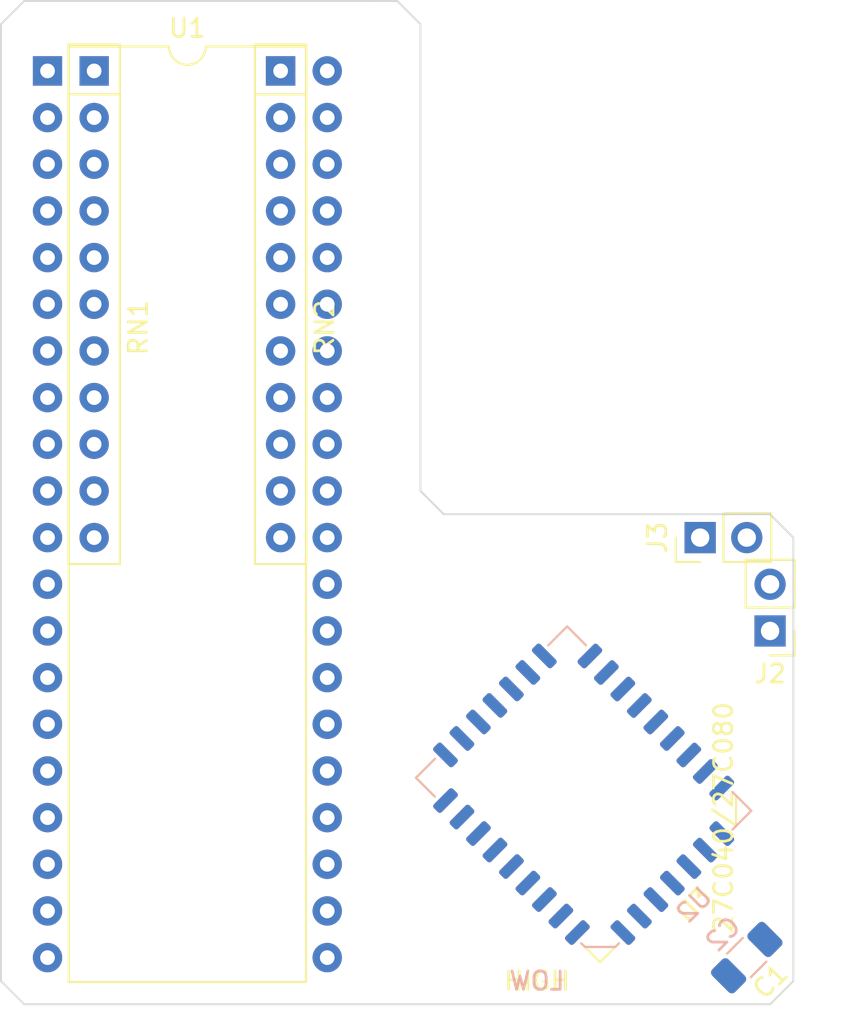
<source format=kicad_pcb>
(kicad_pcb (version 20171130) (host pcbnew 5.1.5+dfsg1-2)

  (general
    (thickness 1.6)
    (drawings 21)
    (tracks 0)
    (zones 0)
    (modules 9)
    (nets 41)
  )

  (page A4)
  (layers
    (0 F.Cu signal)
    (31 B.Cu signal)
    (32 B.Adhes user)
    (33 F.Adhes user)
    (34 B.Paste user)
    (35 F.Paste user)
    (36 B.SilkS user)
    (37 F.SilkS user)
    (38 B.Mask user)
    (39 F.Mask user)
    (40 Dwgs.User user)
    (41 Cmts.User user)
    (42 Eco1.User user)
    (43 Eco2.User user)
    (44 Edge.Cuts user)
    (45 Margin user)
    (46 B.CrtYd user)
    (47 F.CrtYd user)
    (48 B.Fab user)
    (49 F.Fab user)
  )

  (setup
    (last_trace_width 0.25)
    (trace_clearance 0.2)
    (zone_clearance 0.508)
    (zone_45_only no)
    (trace_min 0.2)
    (via_size 0.8)
    (via_drill 0.4)
    (via_min_size 0.4)
    (via_min_drill 0.3)
    (uvia_size 0.3)
    (uvia_drill 0.1)
    (uvias_allowed no)
    (uvia_min_size 0.2)
    (uvia_min_drill 0.1)
    (edge_width 0.1)
    (segment_width 0.2)
    (pcb_text_width 0.3)
    (pcb_text_size 1.5 1.5)
    (mod_edge_width 0.15)
    (mod_text_size 1 1)
    (mod_text_width 0.15)
    (pad_size 1.524 1.524)
    (pad_drill 0.762)
    (pad_to_mask_clearance 0)
    (aux_axis_origin 0 0)
    (visible_elements 7FFFFFFF)
    (pcbplotparams
      (layerselection 0x010fc_ffffffff)
      (usegerberextensions true)
      (usegerberattributes false)
      (usegerberadvancedattributes false)
      (creategerberjobfile false)
      (excludeedgelayer true)
      (linewidth 0.100000)
      (plotframeref false)
      (viasonmask false)
      (mode 1)
      (useauxorigin false)
      (hpglpennumber 1)
      (hpglpenspeed 20)
      (hpglpendiameter 15.000000)
      (psnegative false)
      (psa4output false)
      (plotreference true)
      (plotvalue true)
      (plotinvisibletext false)
      (padsonsilk false)
      (subtractmaskfromsilk false)
      (outputformat 1)
      (mirror false)
      (drillshape 0)
      (scaleselection 1)
      (outputdirectory "gerbers-plcc32-invert"))
  )

  (net 0 "")
  (net 1 GND)
  (net 2 VCC)
  (net 3 /A18)
  (net 4 /A19)
  (net 5 /A8)
  (net 6 /A0)
  (net 7 /A1)
  (net 8 /A2)
  (net 9 /A3)
  (net 10 /A4)
  (net 11 /A5)
  (net 12 /A6)
  (net 13 /A7)
  (net 14 /A17)
  (net 15 /A16)
  (net 16 /A15)
  (net 17 /A14)
  (net 18 /A13)
  (net 19 /A12)
  (net 20 /A11)
  (net 21 /A10)
  (net 22 /A9)
  (net 23 /D3-H)
  (net 24 /D3-L)
  (net 25 /D2-H)
  (net 26 /D2-L)
  (net 27 /D1-H)
  (net 28 /D1-L)
  (net 29 /D0-H)
  (net 30 /D0-L)
  (net 31 /~OE)
  (net 32 /~CE)
  (net 33 /D7-H)
  (net 34 /D7-L)
  (net 35 /D6-H)
  (net 36 /D6-L)
  (net 37 /D5-H)
  (net 38 /D5-L)
  (net 39 /D4-H)
  (net 40 /D4-L)

  (net_class Default "This is the default net class."
    (clearance 0.2)
    (trace_width 0.25)
    (via_dia 0.8)
    (via_drill 0.4)
    (uvia_dia 0.3)
    (uvia_drill 0.1)
    (add_net /A0)
    (add_net /A1)
    (add_net /A10)
    (add_net /A11)
    (add_net /A12)
    (add_net /A13)
    (add_net /A14)
    (add_net /A15)
    (add_net /A16)
    (add_net /A17)
    (add_net /A18)
    (add_net /A19)
    (add_net /A2)
    (add_net /A3)
    (add_net /A4)
    (add_net /A5)
    (add_net /A6)
    (add_net /A7)
    (add_net /A8)
    (add_net /A9)
    (add_net /D0-H)
    (add_net /D0-L)
    (add_net /D1-H)
    (add_net /D1-L)
    (add_net /D2-H)
    (add_net /D2-L)
    (add_net /D3-H)
    (add_net /D3-L)
    (add_net /D4-H)
    (add_net /D4-L)
    (add_net /D5-H)
    (add_net /D5-L)
    (add_net /D6-H)
    (add_net /D6-L)
    (add_net /D7-H)
    (add_net /D7-L)
    (add_net /~CE)
    (add_net /~OE)
  )

  (net_class POWER ""
    (clearance 0.2)
    (trace_width 0.35)
    (via_dia 0.8)
    (via_drill 0.4)
    (uvia_dia 0.3)
    (uvia_drill 0.1)
    (add_net GND)
    (add_net VCC)
  )

  (module Capacitor_SMD:C_1206_3216Metric (layer B.Cu) (tedit 5B301BBE) (tstamp 5E2C5AF8)
    (at 148.59 123.19 225)
    (descr "Capacitor SMD 1206 (3216 Metric), square (rectangular) end terminal, IPC_7351 nominal, (Body size source: http://www.tortai-tech.com/upload/download/2011102023233369053.pdf), generated with kicad-footprint-generator")
    (tags capacitor)
    (path /5E2DF26F)
    (attr smd)
    (fp_text reference C2 (at 0 1.82 225) (layer B.SilkS)
      (effects (font (size 1 1) (thickness 0.15)) (justify mirror))
    )
    (fp_text value 100nF (at 0 -1.82 225) (layer B.Fab)
      (effects (font (size 1 1) (thickness 0.15)) (justify mirror))
    )
    (fp_text user %R (at 0 0 225) (layer B.Fab)
      (effects (font (size 0.8 0.8) (thickness 0.12)) (justify mirror))
    )
    (fp_line (start 2.28 -1.12) (end -2.28 -1.12) (layer B.CrtYd) (width 0.05))
    (fp_line (start 2.28 1.12) (end 2.28 -1.12) (layer B.CrtYd) (width 0.05))
    (fp_line (start -2.28 1.12) (end 2.28 1.12) (layer B.CrtYd) (width 0.05))
    (fp_line (start -2.28 -1.12) (end -2.28 1.12) (layer B.CrtYd) (width 0.05))
    (fp_line (start -0.602064 -0.91) (end 0.602064 -0.91) (layer B.SilkS) (width 0.12))
    (fp_line (start -0.602064 0.91) (end 0.602064 0.91) (layer B.SilkS) (width 0.12))
    (fp_line (start 1.6 -0.8) (end -1.6 -0.8) (layer B.Fab) (width 0.1))
    (fp_line (start 1.6 0.8) (end 1.6 -0.8) (layer B.Fab) (width 0.1))
    (fp_line (start -1.6 0.8) (end 1.6 0.8) (layer B.Fab) (width 0.1))
    (fp_line (start -1.6 -0.8) (end -1.6 0.8) (layer B.Fab) (width 0.1))
    (pad 2 smd roundrect (at 1.4 0 225) (size 1.25 1.75) (layers B.Cu B.Paste B.Mask) (roundrect_rratio 0.2)
      (net 1 GND))
    (pad 1 smd roundrect (at -1.4 0 225) (size 1.25 1.75) (layers B.Cu B.Paste B.Mask) (roundrect_rratio 0.2)
      (net 2 VCC))
    (model ${KISYS3DMOD}/Capacitor_SMD.3dshapes/C_1206_3216Metric.wrl
      (at (xyz 0 0 0))
      (scale (xyz 1 1 1))
      (rotate (xyz 0 0 0))
    )
  )

  (module Capacitor_SMD:C_1206_3216Metric (layer F.Cu) (tedit 5B301BBE) (tstamp 5E2ACF5D)
    (at 148.59 123.19 225)
    (descr "Capacitor SMD 1206 (3216 Metric), square (rectangular) end terminal, IPC_7351 nominal, (Body size source: http://www.tortai-tech.com/upload/download/2011102023233369053.pdf), generated with kicad-footprint-generator")
    (tags capacitor)
    (path /5E2DFC6C)
    (attr smd)
    (fp_text reference C1 (at 0 -1.82 45) (layer F.SilkS)
      (effects (font (size 1 1) (thickness 0.15)))
    )
    (fp_text value 100nF (at 0 1.82 45) (layer F.Fab)
      (effects (font (size 1 1) (thickness 0.15)))
    )
    (fp_text user %R (at 0 0 45) (layer F.Fab)
      (effects (font (size 0.8 0.8) (thickness 0.12)))
    )
    (fp_line (start 2.28 1.12) (end -2.28 1.12) (layer F.CrtYd) (width 0.05))
    (fp_line (start 2.28 -1.12) (end 2.28 1.12) (layer F.CrtYd) (width 0.05))
    (fp_line (start -2.28 -1.12) (end 2.28 -1.12) (layer F.CrtYd) (width 0.05))
    (fp_line (start -2.28 1.12) (end -2.28 -1.12) (layer F.CrtYd) (width 0.05))
    (fp_line (start -0.602064 0.91) (end 0.602064 0.91) (layer F.SilkS) (width 0.12))
    (fp_line (start -0.602064 -0.91) (end 0.602064 -0.91) (layer F.SilkS) (width 0.12))
    (fp_line (start 1.6 0.8) (end -1.6 0.8) (layer F.Fab) (width 0.1))
    (fp_line (start 1.6 -0.8) (end 1.6 0.8) (layer F.Fab) (width 0.1))
    (fp_line (start -1.6 -0.8) (end 1.6 -0.8) (layer F.Fab) (width 0.1))
    (fp_line (start -1.6 0.8) (end -1.6 -0.8) (layer F.Fab) (width 0.1))
    (pad 2 smd roundrect (at 1.4 0 225) (size 1.25 1.75) (layers F.Cu F.Paste F.Mask) (roundrect_rratio 0.2)
      (net 1 GND))
    (pad 1 smd roundrect (at -1.4 0 225) (size 1.25 1.75) (layers F.Cu F.Paste F.Mask) (roundrect_rratio 0.2)
      (net 2 VCC))
    (model ${KISYS3DMOD}/Capacitor_SMD.3dshapes/C_1206_3216Metric.wrl
      (at (xyz 0 0 0))
      (scale (xyz 1 1 1))
      (rotate (xyz 0 0 0))
    )
  )

  (module Package_LCC:PLCC-32_11.4x14.0mm_P1.27mm (layer F.Cu) (tedit 5B298677) (tstamp 5E2AD0CA)
    (at 139.7 114.3 225)
    (descr "PLCC, 32 Pin (http://ww1.microchip.com/downloads/en/DeviceDoc/doc0015.pdf), generated with kicad-footprint-generator ipc_plcc_jLead_generator.py")
    (tags "PLCC LCC")
    (path /5E28F9D8)
    (attr smd)
    (fp_text reference U3 (at 0 -8.52 45) (layer F.SilkS)
      (effects (font (size 1 1) (thickness 0.15)))
    )
    (fp_text value 27C080-L (at 0 8.52 45) (layer F.Fab)
      (effects (font (size 1 1) (thickness 0.15)))
    )
    (fp_text user %R (at 0 0 45) (layer F.Fab)
      (effects (font (size 1 1) (thickness 0.15)))
    )
    (fp_line (start -6.55 -5.63) (end -6.55 0) (layer F.CrtYd) (width 0.05))
    (fp_line (start -5.96 -5.63) (end -6.55 -5.63) (layer F.CrtYd) (width 0.05))
    (fp_line (start -5.96 -5.95) (end -5.96 -5.63) (layer F.CrtYd) (width 0.05))
    (fp_line (start -4.68 -7.23) (end -5.96 -5.95) (layer F.CrtYd) (width 0.05))
    (fp_line (start -4.36 -7.23) (end -4.68 -7.23) (layer F.CrtYd) (width 0.05))
    (fp_line (start -4.36 -7.82) (end -4.36 -7.23) (layer F.CrtYd) (width 0.05))
    (fp_line (start 0 -7.82) (end -4.36 -7.82) (layer F.CrtYd) (width 0.05))
    (fp_line (start 6.55 5.63) (end 6.55 0) (layer F.CrtYd) (width 0.05))
    (fp_line (start 5.96 5.63) (end 6.55 5.63) (layer F.CrtYd) (width 0.05))
    (fp_line (start 5.96 7.23) (end 5.96 5.63) (layer F.CrtYd) (width 0.05))
    (fp_line (start 4.36 7.23) (end 5.96 7.23) (layer F.CrtYd) (width 0.05))
    (fp_line (start 4.36 7.82) (end 4.36 7.23) (layer F.CrtYd) (width 0.05))
    (fp_line (start 0 7.82) (end 4.36 7.82) (layer F.CrtYd) (width 0.05))
    (fp_line (start -6.55 5.63) (end -6.55 0) (layer F.CrtYd) (width 0.05))
    (fp_line (start -5.96 5.63) (end -6.55 5.63) (layer F.CrtYd) (width 0.05))
    (fp_line (start -5.96 7.23) (end -5.96 5.63) (layer F.CrtYd) (width 0.05))
    (fp_line (start -4.36 7.23) (end -5.96 7.23) (layer F.CrtYd) (width 0.05))
    (fp_line (start -4.36 7.82) (end -4.36 7.23) (layer F.CrtYd) (width 0.05))
    (fp_line (start 0 7.82) (end -4.36 7.82) (layer F.CrtYd) (width 0.05))
    (fp_line (start 6.55 -5.63) (end 6.55 0) (layer F.CrtYd) (width 0.05))
    (fp_line (start 5.96 -5.63) (end 6.55 -5.63) (layer F.CrtYd) (width 0.05))
    (fp_line (start 5.96 -7.23) (end 5.96 -5.63) (layer F.CrtYd) (width 0.05))
    (fp_line (start 4.36 -7.23) (end 5.96 -7.23) (layer F.CrtYd) (width 0.05))
    (fp_line (start 4.36 -7.82) (end 4.36 -7.23) (layer F.CrtYd) (width 0.05))
    (fp_line (start 0 -7.82) (end 4.36 -7.82) (layer F.CrtYd) (width 0.05))
    (fp_line (start -0.5 -6.985) (end 0 -6.277893) (layer F.Fab) (width 0.1))
    (fp_line (start -4.575 -6.985) (end -0.5 -6.985) (layer F.Fab) (width 0.1))
    (fp_line (start -5.715 -5.845) (end -4.575 -6.985) (layer F.Fab) (width 0.1))
    (fp_line (start -5.715 6.985) (end -5.715 -5.845) (layer F.Fab) (width 0.1))
    (fp_line (start 5.715 6.985) (end -5.715 6.985) (layer F.Fab) (width 0.1))
    (fp_line (start 5.715 -6.985) (end 5.715 6.985) (layer F.Fab) (width 0.1))
    (fp_line (start 0.5 -6.985) (end 5.715 -6.985) (layer F.Fab) (width 0.1))
    (fp_line (start 0 -6.277893) (end 0.5 -6.985) (layer F.Fab) (width 0.1))
    (fp_line (start -5.825 -5.922782) (end -5.825 -5.64) (layer F.SilkS) (width 0.12))
    (fp_line (start -4.652782 -7.095) (end -5.825 -5.922782) (layer F.SilkS) (width 0.12))
    (fp_line (start -4.37 -7.095) (end -4.652782 -7.095) (layer F.SilkS) (width 0.12))
    (fp_line (start 5.825 7.095) (end 5.825 5.64) (layer F.SilkS) (width 0.12))
    (fp_line (start 4.37 7.095) (end 5.825 7.095) (layer F.SilkS) (width 0.12))
    (fp_line (start -5.825 7.095) (end -5.825 5.64) (layer F.SilkS) (width 0.12))
    (fp_line (start -4.37 7.095) (end -5.825 7.095) (layer F.SilkS) (width 0.12))
    (fp_line (start 5.825 -7.095) (end 5.825 -5.64) (layer F.SilkS) (width 0.12))
    (fp_line (start 4.37 -7.095) (end 5.825 -7.095) (layer F.SilkS) (width 0.12))
    (pad 32 smd roundrect (at 1.27 -6.8375 225) (size 0.6 1.475) (layers F.Cu F.Paste F.Mask) (roundrect_rratio 0.25)
      (net 2 VCC))
    (pad 31 smd roundrect (at 2.54 -6.8375 225) (size 0.6 1.475) (layers F.Cu F.Paste F.Mask) (roundrect_rratio 0.25)
      (net 3 /A18))
    (pad 30 smd roundrect (at 3.81 -6.8375 225) (size 0.6 1.475) (layers F.Cu F.Paste F.Mask) (roundrect_rratio 0.25)
      (net 14 /A17))
    (pad 29 smd roundrect (at 5.5625 -5.08 225) (size 1.475 0.6) (layers F.Cu F.Paste F.Mask) (roundrect_rratio 0.25)
      (net 17 /A14))
    (pad 28 smd roundrect (at 5.5625 -3.81 225) (size 1.475 0.6) (layers F.Cu F.Paste F.Mask) (roundrect_rratio 0.25)
      (net 18 /A13))
    (pad 27 smd roundrect (at 5.5625 -2.54 225) (size 1.475 0.6) (layers F.Cu F.Paste F.Mask) (roundrect_rratio 0.25)
      (net 5 /A8))
    (pad 26 smd roundrect (at 5.5625 -1.27 225) (size 1.475 0.6) (layers F.Cu F.Paste F.Mask) (roundrect_rratio 0.25)
      (net 22 /A9))
    (pad 25 smd roundrect (at 5.5625 0 225) (size 1.475 0.6) (layers F.Cu F.Paste F.Mask) (roundrect_rratio 0.25)
      (net 20 /A11))
    (pad 24 smd roundrect (at 5.5625 1.27 225) (size 1.475 0.6) (layers F.Cu F.Paste F.Mask) (roundrect_rratio 0.25)
      (net 31 /~OE))
    (pad 23 smd roundrect (at 5.5625 2.54 225) (size 1.475 0.6) (layers F.Cu F.Paste F.Mask) (roundrect_rratio 0.25)
      (net 21 /A10))
    (pad 22 smd roundrect (at 5.5625 3.81 225) (size 1.475 0.6) (layers F.Cu F.Paste F.Mask) (roundrect_rratio 0.25)
      (net 32 /~CE))
    (pad 21 smd roundrect (at 5.5625 5.08 225) (size 1.475 0.6) (layers F.Cu F.Paste F.Mask) (roundrect_rratio 0.25)
      (net 33 /D7-H))
    (pad 20 smd roundrect (at 3.81 6.8375 225) (size 0.6 1.475) (layers F.Cu F.Paste F.Mask) (roundrect_rratio 0.25)
      (net 35 /D6-H))
    (pad 19 smd roundrect (at 2.54 6.8375 225) (size 0.6 1.475) (layers F.Cu F.Paste F.Mask) (roundrect_rratio 0.25)
      (net 37 /D5-H))
    (pad 18 smd roundrect (at 1.27 6.8375 225) (size 0.6 1.475) (layers F.Cu F.Paste F.Mask) (roundrect_rratio 0.25)
      (net 39 /D4-H))
    (pad 17 smd roundrect (at 0 6.8375 225) (size 0.6 1.475) (layers F.Cu F.Paste F.Mask) (roundrect_rratio 0.25)
      (net 23 /D3-H))
    (pad 16 smd roundrect (at -1.27 6.8375 225) (size 0.6 1.475) (layers F.Cu F.Paste F.Mask) (roundrect_rratio 0.25)
      (net 1 GND))
    (pad 15 smd roundrect (at -2.54 6.8375 225) (size 0.6 1.475) (layers F.Cu F.Paste F.Mask) (roundrect_rratio 0.25)
      (net 25 /D2-H))
    (pad 14 smd roundrect (at -3.81 6.8375 225) (size 0.6 1.475) (layers F.Cu F.Paste F.Mask) (roundrect_rratio 0.25)
      (net 27 /D1-H))
    (pad 13 smd roundrect (at -5.5625 5.08 225) (size 1.475 0.6) (layers F.Cu F.Paste F.Mask) (roundrect_rratio 0.25)
      (net 29 /D0-H))
    (pad 12 smd roundrect (at -5.5625 3.81 225) (size 1.475 0.6) (layers F.Cu F.Paste F.Mask) (roundrect_rratio 0.25)
      (net 6 /A0))
    (pad 11 smd roundrect (at -5.5625 2.54 225) (size 1.475 0.6) (layers F.Cu F.Paste F.Mask) (roundrect_rratio 0.25)
      (net 7 /A1))
    (pad 10 smd roundrect (at -5.5625 1.27 225) (size 1.475 0.6) (layers F.Cu F.Paste F.Mask) (roundrect_rratio 0.25)
      (net 8 /A2))
    (pad 9 smd roundrect (at -5.5625 0 225) (size 1.475 0.6) (layers F.Cu F.Paste F.Mask) (roundrect_rratio 0.25)
      (net 9 /A3))
    (pad 8 smd roundrect (at -5.5625 -1.27 225) (size 1.475 0.6) (layers F.Cu F.Paste F.Mask) (roundrect_rratio 0.25)
      (net 10 /A4))
    (pad 7 smd roundrect (at -5.5625 -2.54 225) (size 1.475 0.6) (layers F.Cu F.Paste F.Mask) (roundrect_rratio 0.25)
      (net 11 /A5))
    (pad 6 smd roundrect (at -5.5625 -3.81 225) (size 1.475 0.6) (layers F.Cu F.Paste F.Mask) (roundrect_rratio 0.25)
      (net 12 /A6))
    (pad 5 smd roundrect (at -5.5625 -5.08 225) (size 1.475 0.6) (layers F.Cu F.Paste F.Mask) (roundrect_rratio 0.25)
      (net 13 /A7))
    (pad 4 smd roundrect (at -3.81 -6.8375 225) (size 0.6 1.475) (layers F.Cu F.Paste F.Mask) (roundrect_rratio 0.25)
      (net 19 /A12))
    (pad 3 smd roundrect (at -2.54 -6.8375 225) (size 0.6 1.475) (layers F.Cu F.Paste F.Mask) (roundrect_rratio 0.25)
      (net 16 /A15))
    (pad 2 smd roundrect (at -1.27 -6.8375 225) (size 0.6 1.475) (layers F.Cu F.Paste F.Mask) (roundrect_rratio 0.25)
      (net 15 /A16))
    (pad 1 smd roundrect (at 0 -6.8375 225) (size 0.6 1.475) (layers F.Cu F.Paste F.Mask) (roundrect_rratio 0.25)
      (net 4 /A19))
    (model ${KISYS3DMOD}/Package_LCC.3dshapes/PLCC-32_11.4x14.0mm_P1.27mm.wrl
      (at (xyz 0 0 0))
      (scale (xyz 1 1 1))
      (rotate (xyz 0 0 0))
    )
  )

  (module Package_LCC:PLCC-32_11.4x14.0mm_P1.27mm (layer B.Cu) (tedit 5B298677) (tstamp 5E2AD07B)
    (at 139.7 114.3 45)
    (descr "PLCC, 32 Pin (http://ww1.microchip.com/downloads/en/DeviceDoc/doc0015.pdf), generated with kicad-footprint-generator ipc_plcc_jLead_generator.py")
    (tags "PLCC LCC")
    (path /5E300279)
    (attr smd)
    (fp_text reference U2 (at 0 8.52 45) (layer B.SilkS)
      (effects (font (size 1 1) (thickness 0.15)) (justify mirror))
    )
    (fp_text value 27C080-L (at 0 -8.52 45) (layer B.Fab)
      (effects (font (size 1 1) (thickness 0.15)) (justify mirror))
    )
    (fp_text user %R (at 0 0 45) (layer B.Fab)
      (effects (font (size 1 1) (thickness 0.15)) (justify mirror))
    )
    (fp_line (start -6.55 5.63) (end -6.55 0) (layer B.CrtYd) (width 0.05))
    (fp_line (start -5.96 5.63) (end -6.55 5.63) (layer B.CrtYd) (width 0.05))
    (fp_line (start -5.96 5.95) (end -5.96 5.63) (layer B.CrtYd) (width 0.05))
    (fp_line (start -4.68 7.23) (end -5.96 5.95) (layer B.CrtYd) (width 0.05))
    (fp_line (start -4.36 7.23) (end -4.68 7.23) (layer B.CrtYd) (width 0.05))
    (fp_line (start -4.36 7.82) (end -4.36 7.23) (layer B.CrtYd) (width 0.05))
    (fp_line (start 0 7.82) (end -4.36 7.82) (layer B.CrtYd) (width 0.05))
    (fp_line (start 6.55 -5.63) (end 6.55 0) (layer B.CrtYd) (width 0.05))
    (fp_line (start 5.96 -5.63) (end 6.55 -5.63) (layer B.CrtYd) (width 0.05))
    (fp_line (start 5.96 -7.23) (end 5.96 -5.63) (layer B.CrtYd) (width 0.05))
    (fp_line (start 4.36 -7.23) (end 5.96 -7.23) (layer B.CrtYd) (width 0.05))
    (fp_line (start 4.36 -7.82) (end 4.36 -7.23) (layer B.CrtYd) (width 0.05))
    (fp_line (start 0 -7.82) (end 4.36 -7.82) (layer B.CrtYd) (width 0.05))
    (fp_line (start -6.55 -5.63) (end -6.55 0) (layer B.CrtYd) (width 0.05))
    (fp_line (start -5.96 -5.63) (end -6.55 -5.63) (layer B.CrtYd) (width 0.05))
    (fp_line (start -5.96 -7.23) (end -5.96 -5.63) (layer B.CrtYd) (width 0.05))
    (fp_line (start -4.36 -7.23) (end -5.96 -7.23) (layer B.CrtYd) (width 0.05))
    (fp_line (start -4.36 -7.82) (end -4.36 -7.23) (layer B.CrtYd) (width 0.05))
    (fp_line (start 0 -7.82) (end -4.36 -7.82) (layer B.CrtYd) (width 0.05))
    (fp_line (start 6.55 5.63) (end 6.55 0) (layer B.CrtYd) (width 0.05))
    (fp_line (start 5.96 5.63) (end 6.55 5.63) (layer B.CrtYd) (width 0.05))
    (fp_line (start 5.96 7.23) (end 5.96 5.63) (layer B.CrtYd) (width 0.05))
    (fp_line (start 4.36 7.23) (end 5.96 7.23) (layer B.CrtYd) (width 0.05))
    (fp_line (start 4.36 7.82) (end 4.36 7.23) (layer B.CrtYd) (width 0.05))
    (fp_line (start 0 7.82) (end 4.36 7.82) (layer B.CrtYd) (width 0.05))
    (fp_line (start -0.5 6.985) (end 0 6.277893) (layer B.Fab) (width 0.1))
    (fp_line (start -4.575 6.985) (end -0.5 6.985) (layer B.Fab) (width 0.1))
    (fp_line (start -5.715 5.845) (end -4.575 6.985) (layer B.Fab) (width 0.1))
    (fp_line (start -5.715 -6.985) (end -5.715 5.845) (layer B.Fab) (width 0.1))
    (fp_line (start 5.715 -6.985) (end -5.715 -6.985) (layer B.Fab) (width 0.1))
    (fp_line (start 5.715 6.985) (end 5.715 -6.985) (layer B.Fab) (width 0.1))
    (fp_line (start 0.5 6.985) (end 5.715 6.985) (layer B.Fab) (width 0.1))
    (fp_line (start 0 6.277893) (end 0.5 6.985) (layer B.Fab) (width 0.1))
    (fp_line (start -5.825 5.922782) (end -5.825 5.64) (layer B.SilkS) (width 0.12))
    (fp_line (start -4.652782 7.095) (end -5.825 5.922782) (layer B.SilkS) (width 0.12))
    (fp_line (start -4.37 7.095) (end -4.652782 7.095) (layer B.SilkS) (width 0.12))
    (fp_line (start 5.825 -7.095) (end 5.825 -5.64) (layer B.SilkS) (width 0.12))
    (fp_line (start 4.37 -7.095) (end 5.825 -7.095) (layer B.SilkS) (width 0.12))
    (fp_line (start -5.825 -7.095) (end -5.825 -5.64) (layer B.SilkS) (width 0.12))
    (fp_line (start -4.37 -7.095) (end -5.825 -7.095) (layer B.SilkS) (width 0.12))
    (fp_line (start 5.825 7.095) (end 5.825 5.64) (layer B.SilkS) (width 0.12))
    (fp_line (start 4.37 7.095) (end 5.825 7.095) (layer B.SilkS) (width 0.12))
    (pad 32 smd roundrect (at 1.27 6.8375 45) (size 0.6 1.475) (layers B.Cu B.Paste B.Mask) (roundrect_rratio 0.25)
      (net 2 VCC))
    (pad 31 smd roundrect (at 2.54 6.8375 45) (size 0.6 1.475) (layers B.Cu B.Paste B.Mask) (roundrect_rratio 0.25)
      (net 3 /A18))
    (pad 30 smd roundrect (at 3.81 6.8375 45) (size 0.6 1.475) (layers B.Cu B.Paste B.Mask) (roundrect_rratio 0.25)
      (net 14 /A17))
    (pad 29 smd roundrect (at 5.5625 5.08 45) (size 1.475 0.6) (layers B.Cu B.Paste B.Mask) (roundrect_rratio 0.25)
      (net 17 /A14))
    (pad 28 smd roundrect (at 5.5625 3.81 45) (size 1.475 0.6) (layers B.Cu B.Paste B.Mask) (roundrect_rratio 0.25)
      (net 18 /A13))
    (pad 27 smd roundrect (at 5.5625 2.54 45) (size 1.475 0.6) (layers B.Cu B.Paste B.Mask) (roundrect_rratio 0.25)
      (net 5 /A8))
    (pad 26 smd roundrect (at 5.5625 1.27 45) (size 1.475 0.6) (layers B.Cu B.Paste B.Mask) (roundrect_rratio 0.25)
      (net 22 /A9))
    (pad 25 smd roundrect (at 5.5625 0 45) (size 1.475 0.6) (layers B.Cu B.Paste B.Mask) (roundrect_rratio 0.25)
      (net 20 /A11))
    (pad 24 smd roundrect (at 5.5625 -1.27 45) (size 1.475 0.6) (layers B.Cu B.Paste B.Mask) (roundrect_rratio 0.25)
      (net 31 /~OE))
    (pad 23 smd roundrect (at 5.5625 -2.54 45) (size 1.475 0.6) (layers B.Cu B.Paste B.Mask) (roundrect_rratio 0.25)
      (net 21 /A10))
    (pad 22 smd roundrect (at 5.5625 -3.81 45) (size 1.475 0.6) (layers B.Cu B.Paste B.Mask) (roundrect_rratio 0.25)
      (net 32 /~CE))
    (pad 21 smd roundrect (at 5.5625 -5.08 45) (size 1.475 0.6) (layers B.Cu B.Paste B.Mask) (roundrect_rratio 0.25)
      (net 34 /D7-L))
    (pad 20 smd roundrect (at 3.81 -6.8375 45) (size 0.6 1.475) (layers B.Cu B.Paste B.Mask) (roundrect_rratio 0.25)
      (net 36 /D6-L))
    (pad 19 smd roundrect (at 2.54 -6.8375 45) (size 0.6 1.475) (layers B.Cu B.Paste B.Mask) (roundrect_rratio 0.25)
      (net 38 /D5-L))
    (pad 18 smd roundrect (at 1.27 -6.8375 45) (size 0.6 1.475) (layers B.Cu B.Paste B.Mask) (roundrect_rratio 0.25)
      (net 40 /D4-L))
    (pad 17 smd roundrect (at 0 -6.8375 45) (size 0.6 1.475) (layers B.Cu B.Paste B.Mask) (roundrect_rratio 0.25)
      (net 24 /D3-L))
    (pad 16 smd roundrect (at -1.27 -6.8375 45) (size 0.6 1.475) (layers B.Cu B.Paste B.Mask) (roundrect_rratio 0.25)
      (net 1 GND))
    (pad 15 smd roundrect (at -2.54 -6.8375 45) (size 0.6 1.475) (layers B.Cu B.Paste B.Mask) (roundrect_rratio 0.25)
      (net 26 /D2-L))
    (pad 14 smd roundrect (at -3.81 -6.8375 45) (size 0.6 1.475) (layers B.Cu B.Paste B.Mask) (roundrect_rratio 0.25)
      (net 28 /D1-L))
    (pad 13 smd roundrect (at -5.5625 -5.08 45) (size 1.475 0.6) (layers B.Cu B.Paste B.Mask) (roundrect_rratio 0.25)
      (net 30 /D0-L))
    (pad 12 smd roundrect (at -5.5625 -3.81 45) (size 1.475 0.6) (layers B.Cu B.Paste B.Mask) (roundrect_rratio 0.25)
      (net 6 /A0))
    (pad 11 smd roundrect (at -5.5625 -2.54 45) (size 1.475 0.6) (layers B.Cu B.Paste B.Mask) (roundrect_rratio 0.25)
      (net 7 /A1))
    (pad 10 smd roundrect (at -5.5625 -1.27 45) (size 1.475 0.6) (layers B.Cu B.Paste B.Mask) (roundrect_rratio 0.25)
      (net 8 /A2))
    (pad 9 smd roundrect (at -5.5625 0 45) (size 1.475 0.6) (layers B.Cu B.Paste B.Mask) (roundrect_rratio 0.25)
      (net 9 /A3))
    (pad 8 smd roundrect (at -5.5625 1.27 45) (size 1.475 0.6) (layers B.Cu B.Paste B.Mask) (roundrect_rratio 0.25)
      (net 10 /A4))
    (pad 7 smd roundrect (at -5.5625 2.54 45) (size 1.475 0.6) (layers B.Cu B.Paste B.Mask) (roundrect_rratio 0.25)
      (net 11 /A5))
    (pad 6 smd roundrect (at -5.5625 3.81 45) (size 1.475 0.6) (layers B.Cu B.Paste B.Mask) (roundrect_rratio 0.25)
      (net 12 /A6))
    (pad 5 smd roundrect (at -5.5625 5.08 45) (size 1.475 0.6) (layers B.Cu B.Paste B.Mask) (roundrect_rratio 0.25)
      (net 13 /A7))
    (pad 4 smd roundrect (at -3.81 6.8375 45) (size 0.6 1.475) (layers B.Cu B.Paste B.Mask) (roundrect_rratio 0.25)
      (net 19 /A12))
    (pad 3 smd roundrect (at -2.54 6.8375 45) (size 0.6 1.475) (layers B.Cu B.Paste B.Mask) (roundrect_rratio 0.25)
      (net 16 /A15))
    (pad 2 smd roundrect (at -1.27 6.8375 45) (size 0.6 1.475) (layers B.Cu B.Paste B.Mask) (roundrect_rratio 0.25)
      (net 15 /A16))
    (pad 1 smd roundrect (at 0 6.8375 45) (size 0.6 1.475) (layers B.Cu B.Paste B.Mask) (roundrect_rratio 0.25)
      (net 4 /A19))
    (model ${KISYS3DMOD}/Package_LCC.3dshapes/PLCC-32_11.4x14.0mm_P1.27mm.wrl
      (at (xyz 0 0 0))
      (scale (xyz 1 1 1))
      (rotate (xyz 0 0 0))
    )
  )

  (module Package_DIP:DIP-40_W15.24mm (layer F.Cu) (tedit 5A02E8C5) (tstamp 5E2AD02C)
    (at 110.49 74.93)
    (descr "40-lead though-hole mounted DIP package, row spacing 15.24 mm (600 mils)")
    (tags "THT DIP DIL PDIP 2.54mm 15.24mm 600mil")
    (path /5E2A2852)
    (fp_text reference U1 (at 7.62 -2.33) (layer F.SilkS)
      (effects (font (size 1 1) (thickness 0.15)))
    )
    (fp_text value 27C400-A500 (at 7.62 50.59) (layer F.Fab)
      (effects (font (size 1 1) (thickness 0.15)))
    )
    (fp_text user %R (at 7.62 24.13) (layer F.Fab)
      (effects (font (size 1 1) (thickness 0.15)))
    )
    (fp_line (start 16.3 -1.55) (end -1.05 -1.55) (layer F.CrtYd) (width 0.05))
    (fp_line (start 16.3 49.8) (end 16.3 -1.55) (layer F.CrtYd) (width 0.05))
    (fp_line (start -1.05 49.8) (end 16.3 49.8) (layer F.CrtYd) (width 0.05))
    (fp_line (start -1.05 -1.55) (end -1.05 49.8) (layer F.CrtYd) (width 0.05))
    (fp_line (start 14.08 -1.33) (end 8.62 -1.33) (layer F.SilkS) (width 0.12))
    (fp_line (start 14.08 49.59) (end 14.08 -1.33) (layer F.SilkS) (width 0.12))
    (fp_line (start 1.16 49.59) (end 14.08 49.59) (layer F.SilkS) (width 0.12))
    (fp_line (start 1.16 -1.33) (end 1.16 49.59) (layer F.SilkS) (width 0.12))
    (fp_line (start 6.62 -1.33) (end 1.16 -1.33) (layer F.SilkS) (width 0.12))
    (fp_line (start 0.255 -0.27) (end 1.255 -1.27) (layer F.Fab) (width 0.1))
    (fp_line (start 0.255 49.53) (end 0.255 -0.27) (layer F.Fab) (width 0.1))
    (fp_line (start 14.985 49.53) (end 0.255 49.53) (layer F.Fab) (width 0.1))
    (fp_line (start 14.985 -1.27) (end 14.985 49.53) (layer F.Fab) (width 0.1))
    (fp_line (start 1.255 -1.27) (end 14.985 -1.27) (layer F.Fab) (width 0.1))
    (fp_arc (start 7.62 -1.33) (end 6.62 -1.33) (angle -180) (layer F.SilkS) (width 0.12))
    (pad 40 thru_hole oval (at 15.24 0) (size 1.6 1.6) (drill 0.8) (layers *.Cu *.Mask)
      (net 5 /A8))
    (pad 20 thru_hole oval (at 0 48.26) (size 1.6 1.6) (drill 0.8) (layers *.Cu *.Mask)
      (net 23 /D3-H))
    (pad 39 thru_hole oval (at 15.24 2.54) (size 1.6 1.6) (drill 0.8) (layers *.Cu *.Mask)
      (net 22 /A9))
    (pad 19 thru_hole oval (at 0 45.72) (size 1.6 1.6) (drill 0.8) (layers *.Cu *.Mask)
      (net 24 /D3-L))
    (pad 38 thru_hole oval (at 15.24 5.08) (size 1.6 1.6) (drill 0.8) (layers *.Cu *.Mask)
      (net 21 /A10))
    (pad 18 thru_hole oval (at 0 43.18) (size 1.6 1.6) (drill 0.8) (layers *.Cu *.Mask)
      (net 25 /D2-H))
    (pad 37 thru_hole oval (at 15.24 7.62) (size 1.6 1.6) (drill 0.8) (layers *.Cu *.Mask)
      (net 20 /A11))
    (pad 17 thru_hole oval (at 0 40.64) (size 1.6 1.6) (drill 0.8) (layers *.Cu *.Mask)
      (net 26 /D2-L))
    (pad 36 thru_hole oval (at 15.24 10.16) (size 1.6 1.6) (drill 0.8) (layers *.Cu *.Mask)
      (net 19 /A12))
    (pad 16 thru_hole oval (at 0 38.1) (size 1.6 1.6) (drill 0.8) (layers *.Cu *.Mask)
      (net 27 /D1-H))
    (pad 35 thru_hole oval (at 15.24 12.7) (size 1.6 1.6) (drill 0.8) (layers *.Cu *.Mask)
      (net 18 /A13))
    (pad 15 thru_hole oval (at 0 35.56) (size 1.6 1.6) (drill 0.8) (layers *.Cu *.Mask)
      (net 28 /D1-L))
    (pad 34 thru_hole oval (at 15.24 15.24) (size 1.6 1.6) (drill 0.8) (layers *.Cu *.Mask)
      (net 17 /A14))
    (pad 14 thru_hole oval (at 0 33.02) (size 1.6 1.6) (drill 0.8) (layers *.Cu *.Mask)
      (net 29 /D0-H))
    (pad 33 thru_hole oval (at 15.24 17.78) (size 1.6 1.6) (drill 0.8) (layers *.Cu *.Mask)
      (net 16 /A15))
    (pad 13 thru_hole oval (at 0 30.48) (size 1.6 1.6) (drill 0.8) (layers *.Cu *.Mask)
      (net 30 /D0-L))
    (pad 32 thru_hole oval (at 15.24 20.32) (size 1.6 1.6) (drill 0.8) (layers *.Cu *.Mask)
      (net 15 /A16))
    (pad 12 thru_hole oval (at 0 27.94) (size 1.6 1.6) (drill 0.8) (layers *.Cu *.Mask)
      (net 31 /~OE))
    (pad 31 thru_hole oval (at 15.24 22.86) (size 1.6 1.6) (drill 0.8) (layers *.Cu *.Mask)
      (net 14 /A17))
    (pad 11 thru_hole oval (at 0 25.4) (size 1.6 1.6) (drill 0.8) (layers *.Cu *.Mask)
      (net 1 GND))
    (pad 30 thru_hole oval (at 15.24 25.4) (size 1.6 1.6) (drill 0.8) (layers *.Cu *.Mask)
      (net 1 GND))
    (pad 10 thru_hole oval (at 0 22.86) (size 1.6 1.6) (drill 0.8) (layers *.Cu *.Mask)
      (net 32 /~CE))
    (pad 29 thru_hole oval (at 15.24 27.94) (size 1.6 1.6) (drill 0.8) (layers *.Cu *.Mask)
      (net 33 /D7-H))
    (pad 9 thru_hole oval (at 0 20.32) (size 1.6 1.6) (drill 0.8) (layers *.Cu *.Mask)
      (net 6 /A0))
    (pad 28 thru_hole oval (at 15.24 30.48) (size 1.6 1.6) (drill 0.8) (layers *.Cu *.Mask)
      (net 34 /D7-L))
    (pad 8 thru_hole oval (at 0 17.78) (size 1.6 1.6) (drill 0.8) (layers *.Cu *.Mask)
      (net 7 /A1))
    (pad 27 thru_hole oval (at 15.24 33.02) (size 1.6 1.6) (drill 0.8) (layers *.Cu *.Mask)
      (net 35 /D6-H))
    (pad 7 thru_hole oval (at 0 15.24) (size 1.6 1.6) (drill 0.8) (layers *.Cu *.Mask)
      (net 8 /A2))
    (pad 26 thru_hole oval (at 15.24 35.56) (size 1.6 1.6) (drill 0.8) (layers *.Cu *.Mask)
      (net 36 /D6-L))
    (pad 6 thru_hole oval (at 0 12.7) (size 1.6 1.6) (drill 0.8) (layers *.Cu *.Mask)
      (net 9 /A3))
    (pad 25 thru_hole oval (at 15.24 38.1) (size 1.6 1.6) (drill 0.8) (layers *.Cu *.Mask)
      (net 37 /D5-H))
    (pad 5 thru_hole oval (at 0 10.16) (size 1.6 1.6) (drill 0.8) (layers *.Cu *.Mask)
      (net 10 /A4))
    (pad 24 thru_hole oval (at 15.24 40.64) (size 1.6 1.6) (drill 0.8) (layers *.Cu *.Mask)
      (net 38 /D5-L))
    (pad 4 thru_hole oval (at 0 7.62) (size 1.6 1.6) (drill 0.8) (layers *.Cu *.Mask)
      (net 11 /A5))
    (pad 23 thru_hole oval (at 15.24 43.18) (size 1.6 1.6) (drill 0.8) (layers *.Cu *.Mask)
      (net 39 /D4-H))
    (pad 3 thru_hole oval (at 0 5.08) (size 1.6 1.6) (drill 0.8) (layers *.Cu *.Mask)
      (net 12 /A6))
    (pad 22 thru_hole oval (at 15.24 45.72) (size 1.6 1.6) (drill 0.8) (layers *.Cu *.Mask)
      (net 40 /D4-L))
    (pad 2 thru_hole oval (at 0 2.54) (size 1.6 1.6) (drill 0.8) (layers *.Cu *.Mask)
      (net 13 /A7))
    (pad 21 thru_hole oval (at 15.24 48.26) (size 1.6 1.6) (drill 0.8) (layers *.Cu *.Mask)
      (net 2 VCC))
    (pad 1 thru_hole rect (at 0 0) (size 1.6 1.6) (drill 0.8) (layers *.Cu *.Mask))
    (model ${KISYS3DMOD}/Package_DIP.3dshapes/DIP-40_W15.24mm.wrl
      (at (xyz 0 0 0))
      (scale (xyz 1 1 1))
      (rotate (xyz 0 0 0))
    )
  )

  (module Resistor_THT:R_Array_SIP11 (layer F.Cu) (tedit 5A14249F) (tstamp 5E2ACFF0)
    (at 123.19 74.93 270)
    (descr "11-pin Resistor SIP pack")
    (tags R)
    (path /5E293912)
    (fp_text reference RN2 (at 13.97 -2.4 90) (layer F.SilkS)
      (effects (font (size 1 1) (thickness 0.15)))
    )
    (fp_text value 4k7 (at 13.97 2.4 90) (layer F.Fab)
      (effects (font (size 1 1) (thickness 0.15)))
    )
    (fp_line (start 27.1 -1.65) (end -1.7 -1.65) (layer F.CrtYd) (width 0.05))
    (fp_line (start 27.1 1.65) (end 27.1 -1.65) (layer F.CrtYd) (width 0.05))
    (fp_line (start -1.7 1.65) (end 27.1 1.65) (layer F.CrtYd) (width 0.05))
    (fp_line (start -1.7 -1.65) (end -1.7 1.65) (layer F.CrtYd) (width 0.05))
    (fp_line (start 1.27 -1.4) (end 1.27 1.4) (layer F.SilkS) (width 0.12))
    (fp_line (start 26.84 -1.4) (end -1.44 -1.4) (layer F.SilkS) (width 0.12))
    (fp_line (start 26.84 1.4) (end 26.84 -1.4) (layer F.SilkS) (width 0.12))
    (fp_line (start -1.44 1.4) (end 26.84 1.4) (layer F.SilkS) (width 0.12))
    (fp_line (start -1.44 -1.4) (end -1.44 1.4) (layer F.SilkS) (width 0.12))
    (fp_line (start 1.27 -1.25) (end 1.27 1.25) (layer F.Fab) (width 0.1))
    (fp_line (start 26.69 -1.25) (end -1.29 -1.25) (layer F.Fab) (width 0.1))
    (fp_line (start 26.69 1.25) (end 26.69 -1.25) (layer F.Fab) (width 0.1))
    (fp_line (start -1.29 1.25) (end 26.69 1.25) (layer F.Fab) (width 0.1))
    (fp_line (start -1.29 -1.25) (end -1.29 1.25) (layer F.Fab) (width 0.1))
    (fp_text user %R (at 12.7 0 90) (layer F.Fab)
      (effects (font (size 1 1) (thickness 0.15)))
    )
    (pad 11 thru_hole oval (at 25.4 0 270) (size 1.6 1.6) (drill 0.8) (layers *.Cu *.Mask)
      (net 3 /A18))
    (pad 10 thru_hole oval (at 22.86 0 270) (size 1.6 1.6) (drill 0.8) (layers *.Cu *.Mask)
      (net 14 /A17))
    (pad 9 thru_hole oval (at 20.32 0 270) (size 1.6 1.6) (drill 0.8) (layers *.Cu *.Mask)
      (net 15 /A16))
    (pad 8 thru_hole oval (at 17.78 0 270) (size 1.6 1.6) (drill 0.8) (layers *.Cu *.Mask)
      (net 16 /A15))
    (pad 7 thru_hole oval (at 15.24 0 270) (size 1.6 1.6) (drill 0.8) (layers *.Cu *.Mask)
      (net 17 /A14))
    (pad 6 thru_hole oval (at 12.7 0 270) (size 1.6 1.6) (drill 0.8) (layers *.Cu *.Mask)
      (net 18 /A13))
    (pad 5 thru_hole oval (at 10.16 0 270) (size 1.6 1.6) (drill 0.8) (layers *.Cu *.Mask)
      (net 19 /A12))
    (pad 4 thru_hole oval (at 7.62 0 270) (size 1.6 1.6) (drill 0.8) (layers *.Cu *.Mask)
      (net 20 /A11))
    (pad 3 thru_hole oval (at 5.08 0 270) (size 1.6 1.6) (drill 0.8) (layers *.Cu *.Mask)
      (net 21 /A10))
    (pad 2 thru_hole oval (at 2.54 0 270) (size 1.6 1.6) (drill 0.8) (layers *.Cu *.Mask)
      (net 22 /A9))
    (pad 1 thru_hole rect (at 0 0 270) (size 1.6 1.6) (drill 0.8) (layers *.Cu *.Mask)
      (net 2 VCC))
    (model ${KISYS3DMOD}/Resistor_THT.3dshapes/R_Array_SIP11.wrl
      (at (xyz 0 0 0))
      (scale (xyz 1 1 1))
      (rotate (xyz 0 0 0))
    )
  )

  (module Resistor_THT:R_Array_SIP11 (layer F.Cu) (tedit 5A14249F) (tstamp 5E2ACFD2)
    (at 113.03 74.93 270)
    (descr "11-pin Resistor SIP pack")
    (tags R)
    (path /5E3011D5)
    (fp_text reference RN1 (at 13.97 -2.4 90) (layer F.SilkS)
      (effects (font (size 1 1) (thickness 0.15)))
    )
    (fp_text value 4k7 (at 13.97 2.4 90) (layer F.Fab)
      (effects (font (size 1 1) (thickness 0.15)))
    )
    (fp_line (start 27.1 -1.65) (end -1.7 -1.65) (layer F.CrtYd) (width 0.05))
    (fp_line (start 27.1 1.65) (end 27.1 -1.65) (layer F.CrtYd) (width 0.05))
    (fp_line (start -1.7 1.65) (end 27.1 1.65) (layer F.CrtYd) (width 0.05))
    (fp_line (start -1.7 -1.65) (end -1.7 1.65) (layer F.CrtYd) (width 0.05))
    (fp_line (start 1.27 -1.4) (end 1.27 1.4) (layer F.SilkS) (width 0.12))
    (fp_line (start 26.84 -1.4) (end -1.44 -1.4) (layer F.SilkS) (width 0.12))
    (fp_line (start 26.84 1.4) (end 26.84 -1.4) (layer F.SilkS) (width 0.12))
    (fp_line (start -1.44 1.4) (end 26.84 1.4) (layer F.SilkS) (width 0.12))
    (fp_line (start -1.44 -1.4) (end -1.44 1.4) (layer F.SilkS) (width 0.12))
    (fp_line (start 1.27 -1.25) (end 1.27 1.25) (layer F.Fab) (width 0.1))
    (fp_line (start 26.69 -1.25) (end -1.29 -1.25) (layer F.Fab) (width 0.1))
    (fp_line (start 26.69 1.25) (end 26.69 -1.25) (layer F.Fab) (width 0.1))
    (fp_line (start -1.29 1.25) (end 26.69 1.25) (layer F.Fab) (width 0.1))
    (fp_line (start -1.29 -1.25) (end -1.29 1.25) (layer F.Fab) (width 0.1))
    (fp_text user %R (at 12.7 0 90) (layer F.Fab)
      (effects (font (size 1 1) (thickness 0.15)))
    )
    (pad 11 thru_hole oval (at 25.4 0 270) (size 1.6 1.6) (drill 0.8) (layers *.Cu *.Mask)
      (net 4 /A19))
    (pad 10 thru_hole oval (at 22.86 0 270) (size 1.6 1.6) (drill 0.8) (layers *.Cu *.Mask)
      (net 5 /A8))
    (pad 9 thru_hole oval (at 20.32 0 270) (size 1.6 1.6) (drill 0.8) (layers *.Cu *.Mask)
      (net 6 /A0))
    (pad 8 thru_hole oval (at 17.78 0 270) (size 1.6 1.6) (drill 0.8) (layers *.Cu *.Mask)
      (net 7 /A1))
    (pad 7 thru_hole oval (at 15.24 0 270) (size 1.6 1.6) (drill 0.8) (layers *.Cu *.Mask)
      (net 8 /A2))
    (pad 6 thru_hole oval (at 12.7 0 270) (size 1.6 1.6) (drill 0.8) (layers *.Cu *.Mask)
      (net 9 /A3))
    (pad 5 thru_hole oval (at 10.16 0 270) (size 1.6 1.6) (drill 0.8) (layers *.Cu *.Mask)
      (net 10 /A4))
    (pad 4 thru_hole oval (at 7.62 0 270) (size 1.6 1.6) (drill 0.8) (layers *.Cu *.Mask)
      (net 11 /A5))
    (pad 3 thru_hole oval (at 5.08 0 270) (size 1.6 1.6) (drill 0.8) (layers *.Cu *.Mask)
      (net 12 /A6))
    (pad 2 thru_hole oval (at 2.54 0 270) (size 1.6 1.6) (drill 0.8) (layers *.Cu *.Mask)
      (net 13 /A7))
    (pad 1 thru_hole rect (at 0 0 270) (size 1.6 1.6) (drill 0.8) (layers *.Cu *.Mask)
      (net 2 VCC))
    (model ${KISYS3DMOD}/Resistor_THT.3dshapes/R_Array_SIP11.wrl
      (at (xyz 0 0 0))
      (scale (xyz 1 1 1))
      (rotate (xyz 0 0 0))
    )
  )

  (module Connector_PinHeader_2.54mm:PinHeader_1x02_P2.54mm_Vertical (layer F.Cu) (tedit 59FED5CC) (tstamp 5E2ACFB4)
    (at 146.05 100.33 90)
    (descr "Through hole straight pin header, 1x02, 2.54mm pitch, single row")
    (tags "Through hole pin header THT 1x02 2.54mm single row")
    (path /5E2D6D96)
    (fp_text reference J3 (at 0 -2.33 90) (layer F.SilkS)
      (effects (font (size 1 1) (thickness 0.15)))
    )
    (fp_text value "A19 Selector" (at 0 4.87 90) (layer F.Fab)
      (effects (font (size 1 1) (thickness 0.15)))
    )
    (fp_text user %R (at 0 1.27) (layer F.Fab)
      (effects (font (size 1 1) (thickness 0.15)))
    )
    (fp_line (start 1.8 -1.8) (end -1.8 -1.8) (layer F.CrtYd) (width 0.05))
    (fp_line (start 1.8 4.35) (end 1.8 -1.8) (layer F.CrtYd) (width 0.05))
    (fp_line (start -1.8 4.35) (end 1.8 4.35) (layer F.CrtYd) (width 0.05))
    (fp_line (start -1.8 -1.8) (end -1.8 4.35) (layer F.CrtYd) (width 0.05))
    (fp_line (start -1.33 -1.33) (end 0 -1.33) (layer F.SilkS) (width 0.12))
    (fp_line (start -1.33 0) (end -1.33 -1.33) (layer F.SilkS) (width 0.12))
    (fp_line (start -1.33 1.27) (end 1.33 1.27) (layer F.SilkS) (width 0.12))
    (fp_line (start 1.33 1.27) (end 1.33 3.87) (layer F.SilkS) (width 0.12))
    (fp_line (start -1.33 1.27) (end -1.33 3.87) (layer F.SilkS) (width 0.12))
    (fp_line (start -1.33 3.87) (end 1.33 3.87) (layer F.SilkS) (width 0.12))
    (fp_line (start -1.27 -0.635) (end -0.635 -1.27) (layer F.Fab) (width 0.1))
    (fp_line (start -1.27 3.81) (end -1.27 -0.635) (layer F.Fab) (width 0.1))
    (fp_line (start 1.27 3.81) (end -1.27 3.81) (layer F.Fab) (width 0.1))
    (fp_line (start 1.27 -1.27) (end 1.27 3.81) (layer F.Fab) (width 0.1))
    (fp_line (start -0.635 -1.27) (end 1.27 -1.27) (layer F.Fab) (width 0.1))
    (pad 2 thru_hole oval (at 0 2.54 90) (size 1.7 1.7) (drill 1) (layers *.Cu *.Mask)
      (net 1 GND))
    (pad 1 thru_hole rect (at 0 0 90) (size 1.7 1.7) (drill 1) (layers *.Cu *.Mask)
      (net 4 /A19))
    (model ${KISYS3DMOD}/Connector_PinHeader_2.54mm.3dshapes/PinHeader_1x02_P2.54mm_Vertical.wrl
      (at (xyz 0 0 0))
      (scale (xyz 1 1 1))
      (rotate (xyz 0 0 0))
    )
  )

  (module Connector_PinHeader_2.54mm:PinHeader_1x02_P2.54mm_Vertical (layer F.Cu) (tedit 59FED5CC) (tstamp 5E2ACF9E)
    (at 149.86 105.41 180)
    (descr "Through hole straight pin header, 1x02, 2.54mm pitch, single row")
    (tags "Through hole pin header THT 1x02 2.54mm single row")
    (path /5E2C63FF)
    (fp_text reference J2 (at 0 -2.33) (layer F.SilkS)
      (effects (font (size 1 1) (thickness 0.15)))
    )
    (fp_text value "A18 Selector" (at 0 4.87) (layer F.Fab)
      (effects (font (size 1 1) (thickness 0.15)))
    )
    (fp_text user %R (at 0 1.27 90) (layer F.Fab)
      (effects (font (size 1 1) (thickness 0.15)))
    )
    (fp_line (start 1.8 -1.8) (end -1.8 -1.8) (layer F.CrtYd) (width 0.05))
    (fp_line (start 1.8 4.35) (end 1.8 -1.8) (layer F.CrtYd) (width 0.05))
    (fp_line (start -1.8 4.35) (end 1.8 4.35) (layer F.CrtYd) (width 0.05))
    (fp_line (start -1.8 -1.8) (end -1.8 4.35) (layer F.CrtYd) (width 0.05))
    (fp_line (start -1.33 -1.33) (end 0 -1.33) (layer F.SilkS) (width 0.12))
    (fp_line (start -1.33 0) (end -1.33 -1.33) (layer F.SilkS) (width 0.12))
    (fp_line (start -1.33 1.27) (end 1.33 1.27) (layer F.SilkS) (width 0.12))
    (fp_line (start 1.33 1.27) (end 1.33 3.87) (layer F.SilkS) (width 0.12))
    (fp_line (start -1.33 1.27) (end -1.33 3.87) (layer F.SilkS) (width 0.12))
    (fp_line (start -1.33 3.87) (end 1.33 3.87) (layer F.SilkS) (width 0.12))
    (fp_line (start -1.27 -0.635) (end -0.635 -1.27) (layer F.Fab) (width 0.1))
    (fp_line (start -1.27 3.81) (end -1.27 -0.635) (layer F.Fab) (width 0.1))
    (fp_line (start 1.27 3.81) (end -1.27 3.81) (layer F.Fab) (width 0.1))
    (fp_line (start 1.27 -1.27) (end 1.27 3.81) (layer F.Fab) (width 0.1))
    (fp_line (start -0.635 -1.27) (end 1.27 -1.27) (layer F.Fab) (width 0.1))
    (pad 2 thru_hole oval (at 0 2.54 180) (size 1.7 1.7) (drill 1) (layers *.Cu *.Mask)
      (net 1 GND))
    (pad 1 thru_hole rect (at 0 0 180) (size 1.7 1.7) (drill 1) (layers *.Cu *.Mask)
      (net 3 /A18))
    (model ${KISYS3DMOD}/Connector_PinHeader_2.54mm.3dshapes/PinHeader_1x02_P2.54mm_Vertical.wrl
      (at (xyz 0 0 0))
      (scale (xyz 1 1 1))
      (rotate (xyz 0 0 0))
    )
  )

  (gr_line (start 149.86 125.73) (end 148.59 125.73) (layer Edge.Cuts) (width 0.1) (tstamp 5E2C43CE))
  (gr_line (start 148.59 99.06) (end 149.86 99.06) (layer Edge.Cuts) (width 0.1) (tstamp 5E2C43CD))
  (gr_line (start 109.22 125.73) (end 110.49 125.73) (layer Edge.Cuts) (width 0.1) (tstamp 5E2C43CC))
  (gr_line (start 128.27 71.12) (end 129.54 71.12) (layer Edge.Cuts) (width 0.1) (tstamp 5E2C43CB))
  (gr_line (start 130.81 72.39) (end 130.81 97.79) (layer Edge.Cuts) (width 0.1) (tstamp 5E2C589D))
  (gr_line (start 132.08 99.06) (end 130.81 97.79) (layer Edge.Cuts) (width 0.1))
  (gr_line (start 148.59 99.06) (end 132.08 99.06) (layer Edge.Cuts) (width 0.1))
  (gr_line (start 151.13 100.33) (end 149.86 99.06) (layer Edge.Cuts) (width 0.1))
  (gr_line (start 151.13 101.6) (end 151.13 100.33) (layer Edge.Cuts) (width 0.1))
  (gr_line (start 128.27 71.12) (end 109.22 71.12) (layer Edge.Cuts) (width 0.1) (tstamp 5E2C338A))
  (gr_line (start 130.81 72.39) (end 129.54 71.12) (layer Edge.Cuts) (width 0.1))
  (gr_line (start 151.13 102.87) (end 151.13 101.6) (layer Edge.Cuts) (width 0.1))
  (gr_line (start 151.13 124.46) (end 151.13 102.87) (layer Edge.Cuts) (width 0.1))
  (gr_text HIGH (at 137.16 124.46) (layer F.SilkS)
    (effects (font (size 1 1) (thickness 0.15)))
  )
  (gr_text 27C040/27C080 (at 147.32 115.57 90) (layer F.SilkS)
    (effects (font (size 1 1) (thickness 0.15)))
  )
  (gr_text LOW (at 137.16 124.46) (layer B.SilkS)
    (effects (font (size 1 1) (thickness 0.15)) (justify mirror))
  )
  (gr_line (start 107.95 72.39) (end 109.22 71.12) (layer Edge.Cuts) (width 0.1) (tstamp 5E2C9447))
  (gr_line (start 107.95 124.46) (end 107.95 72.39) (layer Edge.Cuts) (width 0.1))
  (gr_line (start 109.22 125.73) (end 107.95 124.46) (layer Edge.Cuts) (width 0.1))
  (gr_line (start 148.59 125.73) (end 110.49 125.73) (layer Edge.Cuts) (width 0.1))
  (gr_line (start 151.13 124.46) (end 149.86 125.73) (layer Edge.Cuts) (width 0.1))

)

</source>
